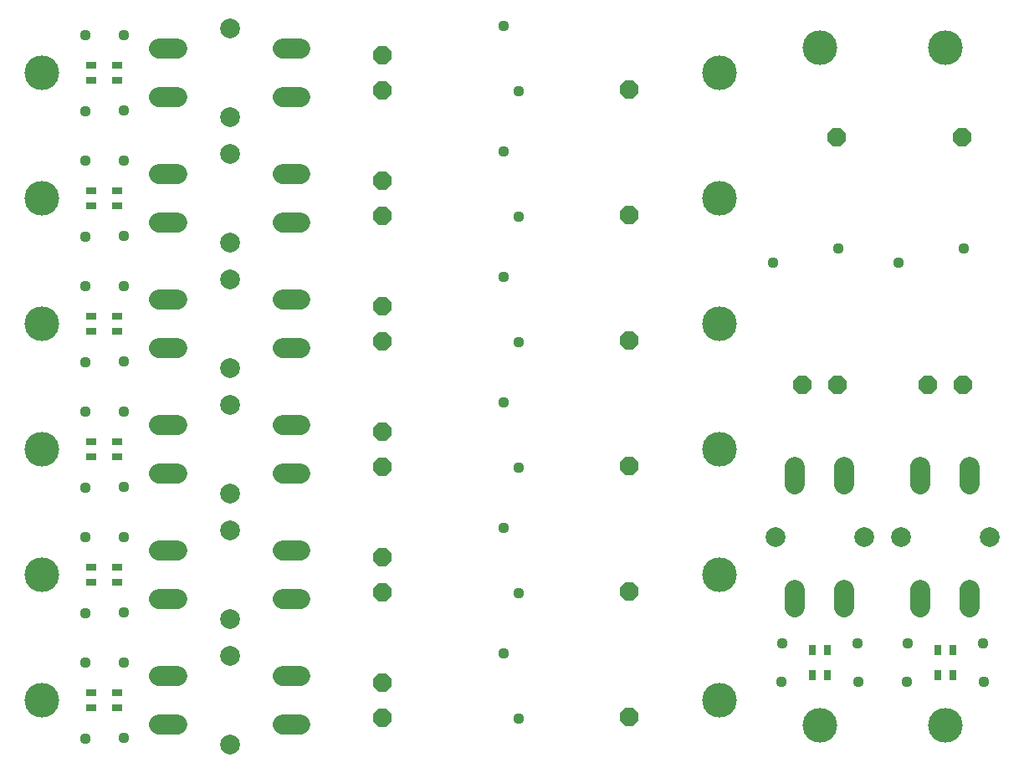
<source format=gts>
G75*
G70*
%OFA0B0*%
%FSLAX24Y24*%
%IPPOS*%
%LPD*%
%AMOC8*
5,1,8,0,0,1.08239X$1,22.5*
%
%ADD10OC8,0.0730*%
%ADD11C,0.1380*%
%ADD12C,0.0785*%
%ADD13C,0.0790*%
%ADD14R,0.0433X0.0315*%
%ADD15R,0.0315X0.0433*%
%ADD16C,0.0437*%
D10*
X015210Y001992D03*
X015210Y003370D03*
X015210Y006992D03*
X015210Y008370D03*
X015210Y011992D03*
X015210Y013370D03*
X015210Y016992D03*
X015210Y018370D03*
X015210Y021992D03*
X015210Y023370D03*
X015210Y026992D03*
X015210Y028370D03*
X025072Y027012D03*
X025072Y022012D03*
X025072Y017012D03*
X025072Y012012D03*
X025072Y007012D03*
X025072Y002012D03*
X031962Y015240D03*
X033340Y015240D03*
X036962Y015240D03*
X038340Y015240D03*
X038320Y025103D03*
X033320Y025103D03*
D11*
X001651Y002681D03*
X001651Y007681D03*
X001651Y012681D03*
X001651Y017681D03*
X001651Y022681D03*
X001651Y027681D03*
X028651Y027681D03*
X032651Y028681D03*
X037651Y028681D03*
X028651Y022681D03*
X028651Y017681D03*
X028651Y012681D03*
X028651Y007681D03*
X028651Y002681D03*
X032651Y001681D03*
X037651Y001681D03*
D12*
X036671Y006369D02*
X036671Y007074D01*
X038631Y007074D02*
X038631Y006369D01*
X033631Y006369D02*
X033631Y007074D01*
X031671Y007074D02*
X031671Y006369D01*
X031671Y011289D02*
X031671Y011994D01*
X033631Y011994D02*
X033631Y011289D01*
X036671Y011289D02*
X036671Y011994D01*
X038631Y011994D02*
X038631Y011289D01*
X011964Y011701D02*
X011259Y011701D01*
X011259Y013661D02*
X011964Y013661D01*
X011964Y016701D02*
X011259Y016701D01*
X011259Y018661D02*
X011964Y018661D01*
X011964Y021701D02*
X011259Y021701D01*
X011259Y023661D02*
X011964Y023661D01*
X011964Y026701D02*
X011259Y026701D01*
X011259Y028661D02*
X011964Y028661D01*
X007044Y028661D02*
X006339Y028661D01*
X006339Y026701D02*
X007044Y026701D01*
X007044Y023661D02*
X006339Y023661D01*
X006339Y021701D02*
X007044Y021701D01*
X007044Y018661D02*
X006339Y018661D01*
X006339Y016701D02*
X007044Y016701D01*
X007044Y013661D02*
X006339Y013661D01*
X006339Y011701D02*
X007044Y011701D01*
X007044Y008661D02*
X006339Y008661D01*
X006339Y006701D02*
X007044Y006701D01*
X007044Y003661D02*
X006339Y003661D01*
X006339Y001701D02*
X007044Y001701D01*
X011259Y001701D02*
X011964Y001701D01*
X011964Y003661D02*
X011259Y003661D01*
X011259Y006701D02*
X011964Y006701D01*
X011964Y008661D02*
X011259Y008661D01*
D13*
X009151Y009451D03*
X009151Y010911D03*
X009151Y014451D03*
X009151Y015911D03*
X009151Y019451D03*
X009151Y020911D03*
X009151Y024451D03*
X009151Y025911D03*
X009151Y029451D03*
X030881Y009181D03*
X034421Y009181D03*
X035881Y009181D03*
X039421Y009181D03*
X009151Y005911D03*
X009151Y004451D03*
X009151Y000911D03*
D14*
X004663Y002386D03*
X004663Y002977D03*
X003639Y002977D03*
X003639Y002386D03*
X003639Y007386D03*
X003639Y007977D03*
X004663Y007977D03*
X004663Y007386D03*
X004663Y012386D03*
X004663Y012977D03*
X003639Y012977D03*
X003639Y012386D03*
X003639Y017386D03*
X003639Y017977D03*
X004663Y017977D03*
X004663Y017386D03*
X004663Y022386D03*
X004663Y022977D03*
X003639Y022977D03*
X003639Y022386D03*
X003639Y027386D03*
X003639Y027977D03*
X004663Y027977D03*
X004663Y027386D03*
D15*
X032356Y004693D03*
X032946Y004693D03*
X032946Y003670D03*
X032356Y003670D03*
X037356Y003670D03*
X037946Y003670D03*
X037946Y004693D03*
X037356Y004693D03*
D16*
X036151Y004945D03*
X036137Y003416D03*
X034175Y003416D03*
X034157Y004947D03*
X031151Y004945D03*
X031137Y003416D03*
X039175Y003416D03*
X039157Y004947D03*
X020653Y006953D03*
X020070Y004548D03*
X020653Y001953D03*
X020070Y009548D03*
X020653Y011953D03*
X020070Y014548D03*
X020653Y016953D03*
X020070Y019548D03*
X020653Y021953D03*
X020070Y024548D03*
X020653Y026953D03*
X020070Y029548D03*
X030785Y020101D03*
X033380Y020683D03*
X035785Y020101D03*
X038380Y020683D03*
X004917Y021176D03*
X003385Y021158D03*
X003385Y019195D03*
X004915Y019181D03*
X004917Y016176D03*
X003385Y016158D03*
X003385Y014195D03*
X004915Y014181D03*
X004917Y011176D03*
X003385Y011158D03*
X003385Y009195D03*
X004915Y009181D03*
X004917Y006176D03*
X003385Y006158D03*
X003385Y004195D03*
X004915Y004181D03*
X004917Y001176D03*
X003385Y001158D03*
X003385Y024195D03*
X004915Y024181D03*
X004917Y026176D03*
X003385Y026158D03*
X003385Y029195D03*
X004915Y029181D03*
M02*

</source>
